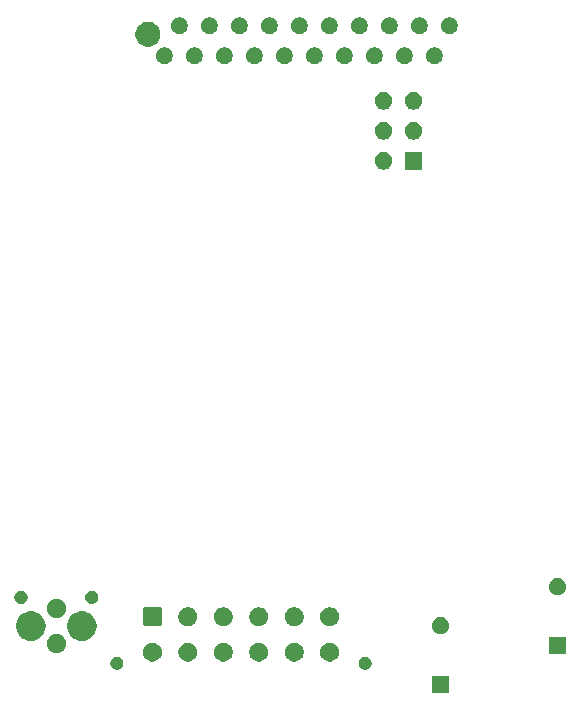
<source format=gbs>
G04 #@! TF.GenerationSoftware,KiCad,Pcbnew,5.1.4-e60b266~84~ubuntu18.04.1*
G04 #@! TF.CreationDate,2019-12-02T22:04:49-05:00*
G04 #@! TF.ProjectId,AIR_control,4149525f-636f-46e7-9472-6f6c2e6b6963,rev?*
G04 #@! TF.SameCoordinates,Original*
G04 #@! TF.FileFunction,Soldermask,Bot*
G04 #@! TF.FilePolarity,Negative*
%FSLAX46Y46*%
G04 Gerber Fmt 4.6, Leading zero omitted, Abs format (unit mm)*
G04 Created by KiCad (PCBNEW 5.1.4-e60b266~84~ubuntu18.04.1) date 2019-12-02 22:04:49*
%MOMM*%
%LPD*%
G04 APERTURE LIST*
%ADD10C,0.100000*%
G04 APERTURE END LIST*
D10*
G36*
X144500800Y-108610600D02*
G01*
X143027200Y-108610600D01*
X143027200Y-107137000D01*
X144500800Y-107137000D01*
X144500800Y-108610600D01*
X144500800Y-108610600D01*
G37*
G36*
X137540721Y-105518174D02*
G01*
X137640995Y-105559709D01*
X137640996Y-105559710D01*
X137731242Y-105620010D01*
X137807990Y-105696758D01*
X137807991Y-105696760D01*
X137868291Y-105787005D01*
X137909826Y-105887279D01*
X137931000Y-105993730D01*
X137931000Y-106102270D01*
X137909826Y-106208721D01*
X137868291Y-106308995D01*
X137868290Y-106308996D01*
X137807990Y-106399242D01*
X137731242Y-106475990D01*
X137685812Y-106506345D01*
X137640995Y-106536291D01*
X137540721Y-106577826D01*
X137434270Y-106599000D01*
X137325730Y-106599000D01*
X137219279Y-106577826D01*
X137119005Y-106536291D01*
X137074188Y-106506345D01*
X137028758Y-106475990D01*
X136952010Y-106399242D01*
X136891710Y-106308996D01*
X136891709Y-106308995D01*
X136850174Y-106208721D01*
X136829000Y-106102270D01*
X136829000Y-105993730D01*
X136850174Y-105887279D01*
X136891709Y-105787005D01*
X136952009Y-105696760D01*
X136952010Y-105696758D01*
X137028758Y-105620010D01*
X137119004Y-105559710D01*
X137119005Y-105559709D01*
X137219279Y-105518174D01*
X137325730Y-105497000D01*
X137434270Y-105497000D01*
X137540721Y-105518174D01*
X137540721Y-105518174D01*
G37*
G36*
X116540721Y-105518174D02*
G01*
X116640995Y-105559709D01*
X116640996Y-105559710D01*
X116731242Y-105620010D01*
X116807990Y-105696758D01*
X116807991Y-105696760D01*
X116868291Y-105787005D01*
X116909826Y-105887279D01*
X116931000Y-105993730D01*
X116931000Y-106102270D01*
X116909826Y-106208721D01*
X116868291Y-106308995D01*
X116868290Y-106308996D01*
X116807990Y-106399242D01*
X116731242Y-106475990D01*
X116685812Y-106506345D01*
X116640995Y-106536291D01*
X116540721Y-106577826D01*
X116434270Y-106599000D01*
X116325730Y-106599000D01*
X116219279Y-106577826D01*
X116119005Y-106536291D01*
X116074188Y-106506345D01*
X116028758Y-106475990D01*
X115952010Y-106399242D01*
X115891710Y-106308996D01*
X115891709Y-106308995D01*
X115850174Y-106208721D01*
X115829000Y-106102270D01*
X115829000Y-105993730D01*
X115850174Y-105887279D01*
X115891709Y-105787005D01*
X115952009Y-105696760D01*
X115952010Y-105696758D01*
X116028758Y-105620010D01*
X116119004Y-105559710D01*
X116119005Y-105559709D01*
X116219279Y-105518174D01*
X116325730Y-105497000D01*
X116434270Y-105497000D01*
X116540721Y-105518174D01*
X116540721Y-105518174D01*
G37*
G36*
X125613642Y-104337781D02*
G01*
X125759414Y-104398162D01*
X125759416Y-104398163D01*
X125890608Y-104485822D01*
X126002178Y-104597392D01*
X126089837Y-104728584D01*
X126089838Y-104728586D01*
X126150219Y-104874358D01*
X126181000Y-105029107D01*
X126181000Y-105186893D01*
X126150219Y-105341642D01*
X126089838Y-105487414D01*
X126089837Y-105487416D01*
X126002178Y-105618608D01*
X125890608Y-105730178D01*
X125759416Y-105817837D01*
X125759415Y-105817838D01*
X125759414Y-105817838D01*
X125613642Y-105878219D01*
X125458893Y-105909000D01*
X125301107Y-105909000D01*
X125146358Y-105878219D01*
X125000586Y-105817838D01*
X125000585Y-105817838D01*
X125000584Y-105817837D01*
X124869392Y-105730178D01*
X124757822Y-105618608D01*
X124670163Y-105487416D01*
X124670162Y-105487414D01*
X124609781Y-105341642D01*
X124579000Y-105186893D01*
X124579000Y-105029107D01*
X124609781Y-104874358D01*
X124670162Y-104728586D01*
X124670163Y-104728584D01*
X124757822Y-104597392D01*
X124869392Y-104485822D01*
X125000584Y-104398163D01*
X125000586Y-104398162D01*
X125146358Y-104337781D01*
X125301107Y-104307000D01*
X125458893Y-104307000D01*
X125613642Y-104337781D01*
X125613642Y-104337781D01*
G37*
G36*
X128613642Y-104337781D02*
G01*
X128759414Y-104398162D01*
X128759416Y-104398163D01*
X128890608Y-104485822D01*
X129002178Y-104597392D01*
X129089837Y-104728584D01*
X129089838Y-104728586D01*
X129150219Y-104874358D01*
X129181000Y-105029107D01*
X129181000Y-105186893D01*
X129150219Y-105341642D01*
X129089838Y-105487414D01*
X129089837Y-105487416D01*
X129002178Y-105618608D01*
X128890608Y-105730178D01*
X128759416Y-105817837D01*
X128759415Y-105817838D01*
X128759414Y-105817838D01*
X128613642Y-105878219D01*
X128458893Y-105909000D01*
X128301107Y-105909000D01*
X128146358Y-105878219D01*
X128000586Y-105817838D01*
X128000585Y-105817838D01*
X128000584Y-105817837D01*
X127869392Y-105730178D01*
X127757822Y-105618608D01*
X127670163Y-105487416D01*
X127670162Y-105487414D01*
X127609781Y-105341642D01*
X127579000Y-105186893D01*
X127579000Y-105029107D01*
X127609781Y-104874358D01*
X127670162Y-104728586D01*
X127670163Y-104728584D01*
X127757822Y-104597392D01*
X127869392Y-104485822D01*
X128000584Y-104398163D01*
X128000586Y-104398162D01*
X128146358Y-104337781D01*
X128301107Y-104307000D01*
X128458893Y-104307000D01*
X128613642Y-104337781D01*
X128613642Y-104337781D01*
G37*
G36*
X131613642Y-104337781D02*
G01*
X131759414Y-104398162D01*
X131759416Y-104398163D01*
X131890608Y-104485822D01*
X132002178Y-104597392D01*
X132089837Y-104728584D01*
X132089838Y-104728586D01*
X132150219Y-104874358D01*
X132181000Y-105029107D01*
X132181000Y-105186893D01*
X132150219Y-105341642D01*
X132089838Y-105487414D01*
X132089837Y-105487416D01*
X132002178Y-105618608D01*
X131890608Y-105730178D01*
X131759416Y-105817837D01*
X131759415Y-105817838D01*
X131759414Y-105817838D01*
X131613642Y-105878219D01*
X131458893Y-105909000D01*
X131301107Y-105909000D01*
X131146358Y-105878219D01*
X131000586Y-105817838D01*
X131000585Y-105817838D01*
X131000584Y-105817837D01*
X130869392Y-105730178D01*
X130757822Y-105618608D01*
X130670163Y-105487416D01*
X130670162Y-105487414D01*
X130609781Y-105341642D01*
X130579000Y-105186893D01*
X130579000Y-105029107D01*
X130609781Y-104874358D01*
X130670162Y-104728586D01*
X130670163Y-104728584D01*
X130757822Y-104597392D01*
X130869392Y-104485822D01*
X131000584Y-104398163D01*
X131000586Y-104398162D01*
X131146358Y-104337781D01*
X131301107Y-104307000D01*
X131458893Y-104307000D01*
X131613642Y-104337781D01*
X131613642Y-104337781D01*
G37*
G36*
X134613642Y-104337781D02*
G01*
X134759414Y-104398162D01*
X134759416Y-104398163D01*
X134890608Y-104485822D01*
X135002178Y-104597392D01*
X135089837Y-104728584D01*
X135089838Y-104728586D01*
X135150219Y-104874358D01*
X135181000Y-105029107D01*
X135181000Y-105186893D01*
X135150219Y-105341642D01*
X135089838Y-105487414D01*
X135089837Y-105487416D01*
X135002178Y-105618608D01*
X134890608Y-105730178D01*
X134759416Y-105817837D01*
X134759415Y-105817838D01*
X134759414Y-105817838D01*
X134613642Y-105878219D01*
X134458893Y-105909000D01*
X134301107Y-105909000D01*
X134146358Y-105878219D01*
X134000586Y-105817838D01*
X134000585Y-105817838D01*
X134000584Y-105817837D01*
X133869392Y-105730178D01*
X133757822Y-105618608D01*
X133670163Y-105487416D01*
X133670162Y-105487414D01*
X133609781Y-105341642D01*
X133579000Y-105186893D01*
X133579000Y-105029107D01*
X133609781Y-104874358D01*
X133670162Y-104728586D01*
X133670163Y-104728584D01*
X133757822Y-104597392D01*
X133869392Y-104485822D01*
X134000584Y-104398163D01*
X134000586Y-104398162D01*
X134146358Y-104337781D01*
X134301107Y-104307000D01*
X134458893Y-104307000D01*
X134613642Y-104337781D01*
X134613642Y-104337781D01*
G37*
G36*
X122613642Y-104337781D02*
G01*
X122759414Y-104398162D01*
X122759416Y-104398163D01*
X122890608Y-104485822D01*
X123002178Y-104597392D01*
X123089837Y-104728584D01*
X123089838Y-104728586D01*
X123150219Y-104874358D01*
X123181000Y-105029107D01*
X123181000Y-105186893D01*
X123150219Y-105341642D01*
X123089838Y-105487414D01*
X123089837Y-105487416D01*
X123002178Y-105618608D01*
X122890608Y-105730178D01*
X122759416Y-105817837D01*
X122759415Y-105817838D01*
X122759414Y-105817838D01*
X122613642Y-105878219D01*
X122458893Y-105909000D01*
X122301107Y-105909000D01*
X122146358Y-105878219D01*
X122000586Y-105817838D01*
X122000585Y-105817838D01*
X122000584Y-105817837D01*
X121869392Y-105730178D01*
X121757822Y-105618608D01*
X121670163Y-105487416D01*
X121670162Y-105487414D01*
X121609781Y-105341642D01*
X121579000Y-105186893D01*
X121579000Y-105029107D01*
X121609781Y-104874358D01*
X121670162Y-104728586D01*
X121670163Y-104728584D01*
X121757822Y-104597392D01*
X121869392Y-104485822D01*
X122000584Y-104398163D01*
X122000586Y-104398162D01*
X122146358Y-104337781D01*
X122301107Y-104307000D01*
X122458893Y-104307000D01*
X122613642Y-104337781D01*
X122613642Y-104337781D01*
G37*
G36*
X119613642Y-104337781D02*
G01*
X119759414Y-104398162D01*
X119759416Y-104398163D01*
X119890608Y-104485822D01*
X120002178Y-104597392D01*
X120089837Y-104728584D01*
X120089838Y-104728586D01*
X120150219Y-104874358D01*
X120181000Y-105029107D01*
X120181000Y-105186893D01*
X120150219Y-105341642D01*
X120089838Y-105487414D01*
X120089837Y-105487416D01*
X120002178Y-105618608D01*
X119890608Y-105730178D01*
X119759416Y-105817837D01*
X119759415Y-105817838D01*
X119759414Y-105817838D01*
X119613642Y-105878219D01*
X119458893Y-105909000D01*
X119301107Y-105909000D01*
X119146358Y-105878219D01*
X119000586Y-105817838D01*
X119000585Y-105817838D01*
X119000584Y-105817837D01*
X118869392Y-105730178D01*
X118757822Y-105618608D01*
X118670163Y-105487416D01*
X118670162Y-105487414D01*
X118609781Y-105341642D01*
X118579000Y-105186893D01*
X118579000Y-105029107D01*
X118609781Y-104874358D01*
X118670162Y-104728586D01*
X118670163Y-104728584D01*
X118757822Y-104597392D01*
X118869392Y-104485822D01*
X119000584Y-104398163D01*
X119000586Y-104398162D01*
X119146358Y-104337781D01*
X119301107Y-104307000D01*
X119458893Y-104307000D01*
X119613642Y-104337781D01*
X119613642Y-104337781D01*
G37*
G36*
X154406800Y-105308600D02*
G01*
X152933200Y-105308600D01*
X152933200Y-103835000D01*
X154406800Y-103835000D01*
X154406800Y-105308600D01*
X154406800Y-105308600D01*
G37*
G36*
X111489142Y-103612242D02*
G01*
X111637101Y-103673529D01*
X111770255Y-103762499D01*
X111883501Y-103875745D01*
X111972471Y-104008899D01*
X112033758Y-104156858D01*
X112065000Y-104313925D01*
X112065000Y-104474075D01*
X112033758Y-104631142D01*
X111972471Y-104779101D01*
X111883501Y-104912255D01*
X111770255Y-105025501D01*
X111637101Y-105114471D01*
X111489142Y-105175758D01*
X111332075Y-105207000D01*
X111171925Y-105207000D01*
X111014858Y-105175758D01*
X110866899Y-105114471D01*
X110733745Y-105025501D01*
X110620499Y-104912255D01*
X110531529Y-104779101D01*
X110470242Y-104631142D01*
X110439000Y-104474075D01*
X110439000Y-104313925D01*
X110470242Y-104156858D01*
X110531529Y-104008899D01*
X110620499Y-103875745D01*
X110733745Y-103762499D01*
X110866899Y-103673529D01*
X111014858Y-103612242D01*
X111171925Y-103581000D01*
X111332075Y-103581000D01*
X111489142Y-103612242D01*
X111489142Y-103612242D01*
G37*
G36*
X113656326Y-101662062D02*
G01*
X113777799Y-101686225D01*
X114006650Y-101781018D01*
X114212610Y-101918636D01*
X114387764Y-102093790D01*
X114525382Y-102299750D01*
X114620175Y-102528601D01*
X114668500Y-102771547D01*
X114668500Y-103019253D01*
X114620175Y-103262199D01*
X114525382Y-103491050D01*
X114387764Y-103697010D01*
X114212610Y-103872164D01*
X114006650Y-104009782D01*
X113777799Y-104104575D01*
X113656326Y-104128738D01*
X113534854Y-104152900D01*
X113287146Y-104152900D01*
X113165674Y-104128738D01*
X113044201Y-104104575D01*
X112815350Y-104009782D01*
X112609390Y-103872164D01*
X112434236Y-103697010D01*
X112296618Y-103491050D01*
X112201825Y-103262199D01*
X112153500Y-103019253D01*
X112153500Y-102771547D01*
X112201825Y-102528601D01*
X112296618Y-102299750D01*
X112434236Y-102093790D01*
X112609390Y-101918636D01*
X112815350Y-101781018D01*
X113044201Y-101686225D01*
X113165674Y-101662063D01*
X113287146Y-101637900D01*
X113534854Y-101637900D01*
X113656326Y-101662062D01*
X113656326Y-101662062D01*
G37*
G36*
X109338326Y-101662062D02*
G01*
X109459799Y-101686225D01*
X109688650Y-101781018D01*
X109894610Y-101918636D01*
X110069764Y-102093790D01*
X110207382Y-102299750D01*
X110302175Y-102528601D01*
X110350500Y-102771547D01*
X110350500Y-103019253D01*
X110302175Y-103262199D01*
X110207382Y-103491050D01*
X110069764Y-103697010D01*
X109894610Y-103872164D01*
X109688650Y-104009782D01*
X109459799Y-104104575D01*
X109338326Y-104128738D01*
X109216854Y-104152900D01*
X108969146Y-104152900D01*
X108847674Y-104128738D01*
X108726201Y-104104575D01*
X108497350Y-104009782D01*
X108291390Y-103872164D01*
X108116236Y-103697010D01*
X107978618Y-103491050D01*
X107883825Y-103262199D01*
X107835500Y-103019253D01*
X107835500Y-102771547D01*
X107883825Y-102528601D01*
X107978618Y-102299750D01*
X108116236Y-102093790D01*
X108291390Y-101918636D01*
X108497350Y-101781018D01*
X108726201Y-101686225D01*
X108847674Y-101662063D01*
X108969146Y-101637900D01*
X109216854Y-101637900D01*
X109338326Y-101662062D01*
X109338326Y-101662062D01*
G37*
G36*
X143978914Y-102161514D02*
G01*
X143978916Y-102161515D01*
X143978917Y-102161515D01*
X144113006Y-102217056D01*
X144233683Y-102297690D01*
X144336310Y-102400317D01*
X144416944Y-102520994D01*
X144467066Y-102642000D01*
X144472486Y-102655086D01*
X144500800Y-102797430D01*
X144500800Y-102942570D01*
X144485547Y-103019254D01*
X144472485Y-103084917D01*
X144416944Y-103219006D01*
X144336310Y-103339683D01*
X144233683Y-103442310D01*
X144113006Y-103522944D01*
X143978917Y-103578485D01*
X143978916Y-103578485D01*
X143978914Y-103578486D01*
X143836570Y-103606800D01*
X143691430Y-103606800D01*
X143549086Y-103578486D01*
X143549084Y-103578485D01*
X143549083Y-103578485D01*
X143414994Y-103522944D01*
X143294317Y-103442310D01*
X143191690Y-103339683D01*
X143111056Y-103219006D01*
X143055515Y-103084917D01*
X143042454Y-103019254D01*
X143027200Y-102942570D01*
X143027200Y-102797430D01*
X143055514Y-102655086D01*
X143060934Y-102642000D01*
X143111056Y-102520994D01*
X143191690Y-102400317D01*
X143294317Y-102297690D01*
X143414994Y-102217056D01*
X143549083Y-102161515D01*
X143549084Y-102161515D01*
X143549086Y-102161514D01*
X143691430Y-102133200D01*
X143836570Y-102133200D01*
X143978914Y-102161514D01*
X143978914Y-102161514D01*
G37*
G36*
X120033048Y-101311122D02*
G01*
X120067387Y-101321539D01*
X120099036Y-101338456D01*
X120126778Y-101361222D01*
X120149544Y-101388964D01*
X120166461Y-101420613D01*
X120176878Y-101454952D01*
X120181000Y-101496807D01*
X120181000Y-102719193D01*
X120176878Y-102761048D01*
X120166461Y-102795387D01*
X120149544Y-102827036D01*
X120126778Y-102854778D01*
X120099036Y-102877544D01*
X120067387Y-102894461D01*
X120033048Y-102904878D01*
X119991193Y-102909000D01*
X118768807Y-102909000D01*
X118726952Y-102904878D01*
X118692613Y-102894461D01*
X118660964Y-102877544D01*
X118633222Y-102854778D01*
X118610456Y-102827036D01*
X118593539Y-102795387D01*
X118583122Y-102761048D01*
X118579000Y-102719193D01*
X118579000Y-101496807D01*
X118583122Y-101454952D01*
X118593539Y-101420613D01*
X118610456Y-101388964D01*
X118633222Y-101361222D01*
X118660964Y-101338456D01*
X118692613Y-101321539D01*
X118726952Y-101311122D01*
X118768807Y-101307000D01*
X119991193Y-101307000D01*
X120033048Y-101311122D01*
X120033048Y-101311122D01*
G37*
G36*
X122613642Y-101337781D02*
G01*
X122737208Y-101388964D01*
X122759416Y-101398163D01*
X122890608Y-101485822D01*
X123002178Y-101597392D01*
X123089837Y-101728584D01*
X123089838Y-101728586D01*
X123150219Y-101874358D01*
X123181000Y-102029107D01*
X123181000Y-102186893D01*
X123150219Y-102341642D01*
X123089838Y-102487414D01*
X123089837Y-102487416D01*
X123002178Y-102618608D01*
X122890608Y-102730178D01*
X122759416Y-102817837D01*
X122759415Y-102817838D01*
X122759414Y-102817838D01*
X122613642Y-102878219D01*
X122458893Y-102909000D01*
X122301107Y-102909000D01*
X122146358Y-102878219D01*
X122000586Y-102817838D01*
X122000585Y-102817838D01*
X122000584Y-102817837D01*
X121869392Y-102730178D01*
X121757822Y-102618608D01*
X121670163Y-102487416D01*
X121670162Y-102487414D01*
X121609781Y-102341642D01*
X121579000Y-102186893D01*
X121579000Y-102029107D01*
X121609781Y-101874358D01*
X121670162Y-101728586D01*
X121670163Y-101728584D01*
X121757822Y-101597392D01*
X121869392Y-101485822D01*
X122000584Y-101398163D01*
X122022792Y-101388964D01*
X122146358Y-101337781D01*
X122301107Y-101307000D01*
X122458893Y-101307000D01*
X122613642Y-101337781D01*
X122613642Y-101337781D01*
G37*
G36*
X125613642Y-101337781D02*
G01*
X125737208Y-101388964D01*
X125759416Y-101398163D01*
X125890608Y-101485822D01*
X126002178Y-101597392D01*
X126089837Y-101728584D01*
X126089838Y-101728586D01*
X126150219Y-101874358D01*
X126181000Y-102029107D01*
X126181000Y-102186893D01*
X126150219Y-102341642D01*
X126089838Y-102487414D01*
X126089837Y-102487416D01*
X126002178Y-102618608D01*
X125890608Y-102730178D01*
X125759416Y-102817837D01*
X125759415Y-102817838D01*
X125759414Y-102817838D01*
X125613642Y-102878219D01*
X125458893Y-102909000D01*
X125301107Y-102909000D01*
X125146358Y-102878219D01*
X125000586Y-102817838D01*
X125000585Y-102817838D01*
X125000584Y-102817837D01*
X124869392Y-102730178D01*
X124757822Y-102618608D01*
X124670163Y-102487416D01*
X124670162Y-102487414D01*
X124609781Y-102341642D01*
X124579000Y-102186893D01*
X124579000Y-102029107D01*
X124609781Y-101874358D01*
X124670162Y-101728586D01*
X124670163Y-101728584D01*
X124757822Y-101597392D01*
X124869392Y-101485822D01*
X125000584Y-101398163D01*
X125022792Y-101388964D01*
X125146358Y-101337781D01*
X125301107Y-101307000D01*
X125458893Y-101307000D01*
X125613642Y-101337781D01*
X125613642Y-101337781D01*
G37*
G36*
X128613642Y-101337781D02*
G01*
X128737208Y-101388964D01*
X128759416Y-101398163D01*
X128890608Y-101485822D01*
X129002178Y-101597392D01*
X129089837Y-101728584D01*
X129089838Y-101728586D01*
X129150219Y-101874358D01*
X129181000Y-102029107D01*
X129181000Y-102186893D01*
X129150219Y-102341642D01*
X129089838Y-102487414D01*
X129089837Y-102487416D01*
X129002178Y-102618608D01*
X128890608Y-102730178D01*
X128759416Y-102817837D01*
X128759415Y-102817838D01*
X128759414Y-102817838D01*
X128613642Y-102878219D01*
X128458893Y-102909000D01*
X128301107Y-102909000D01*
X128146358Y-102878219D01*
X128000586Y-102817838D01*
X128000585Y-102817838D01*
X128000584Y-102817837D01*
X127869392Y-102730178D01*
X127757822Y-102618608D01*
X127670163Y-102487416D01*
X127670162Y-102487414D01*
X127609781Y-102341642D01*
X127579000Y-102186893D01*
X127579000Y-102029107D01*
X127609781Y-101874358D01*
X127670162Y-101728586D01*
X127670163Y-101728584D01*
X127757822Y-101597392D01*
X127869392Y-101485822D01*
X128000584Y-101398163D01*
X128022792Y-101388964D01*
X128146358Y-101337781D01*
X128301107Y-101307000D01*
X128458893Y-101307000D01*
X128613642Y-101337781D01*
X128613642Y-101337781D01*
G37*
G36*
X131613642Y-101337781D02*
G01*
X131737208Y-101388964D01*
X131759416Y-101398163D01*
X131890608Y-101485822D01*
X132002178Y-101597392D01*
X132089837Y-101728584D01*
X132089838Y-101728586D01*
X132150219Y-101874358D01*
X132181000Y-102029107D01*
X132181000Y-102186893D01*
X132150219Y-102341642D01*
X132089838Y-102487414D01*
X132089837Y-102487416D01*
X132002178Y-102618608D01*
X131890608Y-102730178D01*
X131759416Y-102817837D01*
X131759415Y-102817838D01*
X131759414Y-102817838D01*
X131613642Y-102878219D01*
X131458893Y-102909000D01*
X131301107Y-102909000D01*
X131146358Y-102878219D01*
X131000586Y-102817838D01*
X131000585Y-102817838D01*
X131000584Y-102817837D01*
X130869392Y-102730178D01*
X130757822Y-102618608D01*
X130670163Y-102487416D01*
X130670162Y-102487414D01*
X130609781Y-102341642D01*
X130579000Y-102186893D01*
X130579000Y-102029107D01*
X130609781Y-101874358D01*
X130670162Y-101728586D01*
X130670163Y-101728584D01*
X130757822Y-101597392D01*
X130869392Y-101485822D01*
X131000584Y-101398163D01*
X131022792Y-101388964D01*
X131146358Y-101337781D01*
X131301107Y-101307000D01*
X131458893Y-101307000D01*
X131613642Y-101337781D01*
X131613642Y-101337781D01*
G37*
G36*
X134613642Y-101337781D02*
G01*
X134737208Y-101388964D01*
X134759416Y-101398163D01*
X134890608Y-101485822D01*
X135002178Y-101597392D01*
X135089837Y-101728584D01*
X135089838Y-101728586D01*
X135150219Y-101874358D01*
X135181000Y-102029107D01*
X135181000Y-102186893D01*
X135150219Y-102341642D01*
X135089838Y-102487414D01*
X135089837Y-102487416D01*
X135002178Y-102618608D01*
X134890608Y-102730178D01*
X134759416Y-102817837D01*
X134759415Y-102817838D01*
X134759414Y-102817838D01*
X134613642Y-102878219D01*
X134458893Y-102909000D01*
X134301107Y-102909000D01*
X134146358Y-102878219D01*
X134000586Y-102817838D01*
X134000585Y-102817838D01*
X134000584Y-102817837D01*
X133869392Y-102730178D01*
X133757822Y-102618608D01*
X133670163Y-102487416D01*
X133670162Y-102487414D01*
X133609781Y-102341642D01*
X133579000Y-102186893D01*
X133579000Y-102029107D01*
X133609781Y-101874358D01*
X133670162Y-101728586D01*
X133670163Y-101728584D01*
X133757822Y-101597392D01*
X133869392Y-101485822D01*
X134000584Y-101398163D01*
X134022792Y-101388964D01*
X134146358Y-101337781D01*
X134301107Y-101307000D01*
X134458893Y-101307000D01*
X134613642Y-101337781D01*
X134613642Y-101337781D01*
G37*
G36*
X111489142Y-100615042D02*
G01*
X111637101Y-100676329D01*
X111770255Y-100765299D01*
X111883501Y-100878545D01*
X111972471Y-101011699D01*
X112033758Y-101159658D01*
X112065000Y-101316725D01*
X112065000Y-101476875D01*
X112033758Y-101633942D01*
X111972471Y-101781901D01*
X111883501Y-101915055D01*
X111770255Y-102028301D01*
X111637101Y-102117271D01*
X111489142Y-102178558D01*
X111332075Y-102209800D01*
X111171925Y-102209800D01*
X111014858Y-102178558D01*
X110866899Y-102117271D01*
X110733745Y-102028301D01*
X110620499Y-101915055D01*
X110531529Y-101781901D01*
X110470242Y-101633942D01*
X110439000Y-101476875D01*
X110439000Y-101316725D01*
X110470242Y-101159658D01*
X110531529Y-101011699D01*
X110620499Y-100878545D01*
X110733745Y-100765299D01*
X110866899Y-100676329D01*
X111014858Y-100615042D01*
X111171925Y-100583800D01*
X111332075Y-100583800D01*
X111489142Y-100615042D01*
X111489142Y-100615042D01*
G37*
G36*
X114412251Y-99919480D02*
G01*
X114463120Y-99940551D01*
X114513986Y-99961620D01*
X114605542Y-100022796D01*
X114683404Y-100100658D01*
X114744580Y-100192214D01*
X114756480Y-100220944D01*
X114786720Y-100293949D01*
X114808200Y-100401941D01*
X114808200Y-100512059D01*
X114786720Y-100620051D01*
X114765649Y-100670920D01*
X114744580Y-100721786D01*
X114683404Y-100813342D01*
X114605542Y-100891204D01*
X114513986Y-100952380D01*
X114463120Y-100973449D01*
X114412251Y-100994520D01*
X114304259Y-101016000D01*
X114194141Y-101016000D01*
X114086149Y-100994520D01*
X114035280Y-100973449D01*
X113984414Y-100952380D01*
X113892858Y-100891204D01*
X113814996Y-100813342D01*
X113753820Y-100721786D01*
X113732751Y-100670920D01*
X113711680Y-100620051D01*
X113690200Y-100512059D01*
X113690200Y-100401941D01*
X113711680Y-100293949D01*
X113741920Y-100220944D01*
X113753820Y-100192214D01*
X113814996Y-100100658D01*
X113892858Y-100022796D01*
X113984414Y-99961620D01*
X114035280Y-99940551D01*
X114086149Y-99919480D01*
X114194141Y-99898000D01*
X114304259Y-99898000D01*
X114412251Y-99919480D01*
X114412251Y-99919480D01*
G37*
G36*
X108417851Y-99919480D02*
G01*
X108468720Y-99940551D01*
X108519586Y-99961620D01*
X108611142Y-100022796D01*
X108689004Y-100100658D01*
X108750180Y-100192214D01*
X108762080Y-100220944D01*
X108792320Y-100293949D01*
X108813800Y-100401941D01*
X108813800Y-100512059D01*
X108792320Y-100620051D01*
X108771249Y-100670920D01*
X108750180Y-100721786D01*
X108689004Y-100813342D01*
X108611142Y-100891204D01*
X108519586Y-100952380D01*
X108468720Y-100973449D01*
X108417851Y-100994520D01*
X108309859Y-101016000D01*
X108199741Y-101016000D01*
X108091749Y-100994520D01*
X108040880Y-100973449D01*
X107990014Y-100952380D01*
X107898458Y-100891204D01*
X107820596Y-100813342D01*
X107759420Y-100721786D01*
X107738351Y-100670920D01*
X107717280Y-100620051D01*
X107695800Y-100512059D01*
X107695800Y-100401941D01*
X107717280Y-100293949D01*
X107747520Y-100220944D01*
X107759420Y-100192214D01*
X107820596Y-100100658D01*
X107898458Y-100022796D01*
X107990014Y-99961620D01*
X108040880Y-99940551D01*
X108091749Y-99919480D01*
X108199741Y-99898000D01*
X108309859Y-99898000D01*
X108417851Y-99919480D01*
X108417851Y-99919480D01*
G37*
G36*
X153884914Y-98859514D02*
G01*
X153884916Y-98859515D01*
X153884917Y-98859515D01*
X154019006Y-98915056D01*
X154139683Y-98995690D01*
X154242310Y-99098317D01*
X154322944Y-99218994D01*
X154378485Y-99353083D01*
X154406800Y-99495432D01*
X154406800Y-99640568D01*
X154378485Y-99782917D01*
X154322944Y-99917006D01*
X154242310Y-100037683D01*
X154139683Y-100140310D01*
X154019006Y-100220944D01*
X153884917Y-100276485D01*
X153884916Y-100276485D01*
X153884914Y-100276486D01*
X153742570Y-100304800D01*
X153597430Y-100304800D01*
X153455086Y-100276486D01*
X153455084Y-100276485D01*
X153455083Y-100276485D01*
X153320994Y-100220944D01*
X153200317Y-100140310D01*
X153097690Y-100037683D01*
X153017056Y-99917006D01*
X152961515Y-99782917D01*
X152933200Y-99640568D01*
X152933200Y-99495432D01*
X152961515Y-99353083D01*
X153017056Y-99218994D01*
X153097690Y-99098317D01*
X153200317Y-98995690D01*
X153320994Y-98915056D01*
X153455083Y-98859515D01*
X153455084Y-98859515D01*
X153455086Y-98859514D01*
X153597430Y-98831200D01*
X153742570Y-98831200D01*
X153884914Y-98859514D01*
X153884914Y-98859514D01*
G37*
G36*
X139157059Y-62777860D02*
G01*
X139293732Y-62834472D01*
X139416735Y-62916660D01*
X139521340Y-63021265D01*
X139603528Y-63144268D01*
X139660140Y-63280941D01*
X139689000Y-63426033D01*
X139689000Y-63573967D01*
X139660140Y-63719059D01*
X139603528Y-63855732D01*
X139521340Y-63978735D01*
X139416735Y-64083340D01*
X139293732Y-64165528D01*
X139293731Y-64165529D01*
X139293730Y-64165529D01*
X139157059Y-64222140D01*
X139011968Y-64251000D01*
X138864032Y-64251000D01*
X138718941Y-64222140D01*
X138582270Y-64165529D01*
X138582269Y-64165529D01*
X138582268Y-64165528D01*
X138459265Y-64083340D01*
X138354660Y-63978735D01*
X138272472Y-63855732D01*
X138215860Y-63719059D01*
X138187000Y-63573967D01*
X138187000Y-63426033D01*
X138215860Y-63280941D01*
X138272472Y-63144268D01*
X138354660Y-63021265D01*
X138459265Y-62916660D01*
X138582268Y-62834472D01*
X138718941Y-62777860D01*
X138864032Y-62749000D01*
X139011968Y-62749000D01*
X139157059Y-62777860D01*
X139157059Y-62777860D01*
G37*
G36*
X142229000Y-64251000D02*
G01*
X140727000Y-64251000D01*
X140727000Y-62749000D01*
X142229000Y-62749000D01*
X142229000Y-64251000D01*
X142229000Y-64251000D01*
G37*
G36*
X141697059Y-60237860D02*
G01*
X141833732Y-60294472D01*
X141956735Y-60376660D01*
X142061340Y-60481265D01*
X142143528Y-60604268D01*
X142200140Y-60740941D01*
X142229000Y-60886033D01*
X142229000Y-61033967D01*
X142200140Y-61179059D01*
X142143528Y-61315732D01*
X142061340Y-61438735D01*
X141956735Y-61543340D01*
X141833732Y-61625528D01*
X141833731Y-61625529D01*
X141833730Y-61625529D01*
X141697059Y-61682140D01*
X141551968Y-61711000D01*
X141404032Y-61711000D01*
X141258941Y-61682140D01*
X141122270Y-61625529D01*
X141122269Y-61625529D01*
X141122268Y-61625528D01*
X140999265Y-61543340D01*
X140894660Y-61438735D01*
X140812472Y-61315732D01*
X140755860Y-61179059D01*
X140727000Y-61033967D01*
X140727000Y-60886033D01*
X140755860Y-60740941D01*
X140812472Y-60604268D01*
X140894660Y-60481265D01*
X140999265Y-60376660D01*
X141122268Y-60294472D01*
X141258941Y-60237860D01*
X141404032Y-60209000D01*
X141551968Y-60209000D01*
X141697059Y-60237860D01*
X141697059Y-60237860D01*
G37*
G36*
X139157059Y-60237860D02*
G01*
X139293732Y-60294472D01*
X139416735Y-60376660D01*
X139521340Y-60481265D01*
X139603528Y-60604268D01*
X139660140Y-60740941D01*
X139689000Y-60886033D01*
X139689000Y-61033967D01*
X139660140Y-61179059D01*
X139603528Y-61315732D01*
X139521340Y-61438735D01*
X139416735Y-61543340D01*
X139293732Y-61625528D01*
X139293731Y-61625529D01*
X139293730Y-61625529D01*
X139157059Y-61682140D01*
X139011968Y-61711000D01*
X138864032Y-61711000D01*
X138718941Y-61682140D01*
X138582270Y-61625529D01*
X138582269Y-61625529D01*
X138582268Y-61625528D01*
X138459265Y-61543340D01*
X138354660Y-61438735D01*
X138272472Y-61315732D01*
X138215860Y-61179059D01*
X138187000Y-61033967D01*
X138187000Y-60886033D01*
X138215860Y-60740941D01*
X138272472Y-60604268D01*
X138354660Y-60481265D01*
X138459265Y-60376660D01*
X138582268Y-60294472D01*
X138718941Y-60237860D01*
X138864032Y-60209000D01*
X139011968Y-60209000D01*
X139157059Y-60237860D01*
X139157059Y-60237860D01*
G37*
G36*
X141697059Y-57697860D02*
G01*
X141833732Y-57754472D01*
X141956735Y-57836660D01*
X142061340Y-57941265D01*
X142143528Y-58064268D01*
X142200140Y-58200941D01*
X142229000Y-58346033D01*
X142229000Y-58493967D01*
X142200140Y-58639059D01*
X142143528Y-58775732D01*
X142061340Y-58898735D01*
X141956735Y-59003340D01*
X141833732Y-59085528D01*
X141833731Y-59085529D01*
X141833730Y-59085529D01*
X141697059Y-59142140D01*
X141551968Y-59171000D01*
X141404032Y-59171000D01*
X141258941Y-59142140D01*
X141122270Y-59085529D01*
X141122269Y-59085529D01*
X141122268Y-59085528D01*
X140999265Y-59003340D01*
X140894660Y-58898735D01*
X140812472Y-58775732D01*
X140755860Y-58639059D01*
X140727000Y-58493967D01*
X140727000Y-58346033D01*
X140755860Y-58200941D01*
X140812472Y-58064268D01*
X140894660Y-57941265D01*
X140999265Y-57836660D01*
X141122268Y-57754472D01*
X141258941Y-57697860D01*
X141404032Y-57669000D01*
X141551968Y-57669000D01*
X141697059Y-57697860D01*
X141697059Y-57697860D01*
G37*
G36*
X139157059Y-57697860D02*
G01*
X139293732Y-57754472D01*
X139416735Y-57836660D01*
X139521340Y-57941265D01*
X139603528Y-58064268D01*
X139660140Y-58200941D01*
X139689000Y-58346033D01*
X139689000Y-58493967D01*
X139660140Y-58639059D01*
X139603528Y-58775732D01*
X139521340Y-58898735D01*
X139416735Y-59003340D01*
X139293732Y-59085528D01*
X139293731Y-59085529D01*
X139293730Y-59085529D01*
X139157059Y-59142140D01*
X139011968Y-59171000D01*
X138864032Y-59171000D01*
X138718941Y-59142140D01*
X138582270Y-59085529D01*
X138582269Y-59085529D01*
X138582268Y-59085528D01*
X138459265Y-59003340D01*
X138354660Y-58898735D01*
X138272472Y-58775732D01*
X138215860Y-58639059D01*
X138187000Y-58493967D01*
X138187000Y-58346033D01*
X138215860Y-58200941D01*
X138272472Y-58064268D01*
X138354660Y-57941265D01*
X138459265Y-57836660D01*
X138582268Y-57754472D01*
X138718941Y-57697860D01*
X138864032Y-57669000D01*
X139011968Y-57669000D01*
X139157059Y-57697860D01*
X139157059Y-57697860D01*
G37*
G36*
X130760473Y-53935938D02*
G01*
X130888049Y-53988782D01*
X131002859Y-54065495D01*
X131100505Y-54163141D01*
X131177218Y-54277951D01*
X131230062Y-54405527D01*
X131257000Y-54540956D01*
X131257000Y-54679044D01*
X131230062Y-54814473D01*
X131177218Y-54942049D01*
X131100505Y-55056859D01*
X131002859Y-55154505D01*
X130888049Y-55231218D01*
X130760473Y-55284062D01*
X130625044Y-55311000D01*
X130486956Y-55311000D01*
X130351527Y-55284062D01*
X130223951Y-55231218D01*
X130109141Y-55154505D01*
X130011495Y-55056859D01*
X129934782Y-54942049D01*
X129881938Y-54814473D01*
X129855000Y-54679044D01*
X129855000Y-54540956D01*
X129881938Y-54405527D01*
X129934782Y-54277951D01*
X130011495Y-54163141D01*
X130109141Y-54065495D01*
X130223951Y-53988782D01*
X130351527Y-53935938D01*
X130486956Y-53909000D01*
X130625044Y-53909000D01*
X130760473Y-53935938D01*
X130760473Y-53935938D01*
G37*
G36*
X133300473Y-53935938D02*
G01*
X133428049Y-53988782D01*
X133542859Y-54065495D01*
X133640505Y-54163141D01*
X133717218Y-54277951D01*
X133770062Y-54405527D01*
X133797000Y-54540956D01*
X133797000Y-54679044D01*
X133770062Y-54814473D01*
X133717218Y-54942049D01*
X133640505Y-55056859D01*
X133542859Y-55154505D01*
X133428049Y-55231218D01*
X133300473Y-55284062D01*
X133165044Y-55311000D01*
X133026956Y-55311000D01*
X132891527Y-55284062D01*
X132763951Y-55231218D01*
X132649141Y-55154505D01*
X132551495Y-55056859D01*
X132474782Y-54942049D01*
X132421938Y-54814473D01*
X132395000Y-54679044D01*
X132395000Y-54540956D01*
X132421938Y-54405527D01*
X132474782Y-54277951D01*
X132551495Y-54163141D01*
X132649141Y-54065495D01*
X132763951Y-53988782D01*
X132891527Y-53935938D01*
X133026956Y-53909000D01*
X133165044Y-53909000D01*
X133300473Y-53935938D01*
X133300473Y-53935938D01*
G37*
G36*
X128220473Y-53935938D02*
G01*
X128348049Y-53988782D01*
X128462859Y-54065495D01*
X128560505Y-54163141D01*
X128637218Y-54277951D01*
X128690062Y-54405527D01*
X128717000Y-54540956D01*
X128717000Y-54679044D01*
X128690062Y-54814473D01*
X128637218Y-54942049D01*
X128560505Y-55056859D01*
X128462859Y-55154505D01*
X128348049Y-55231218D01*
X128220473Y-55284062D01*
X128085044Y-55311000D01*
X127946956Y-55311000D01*
X127811527Y-55284062D01*
X127683951Y-55231218D01*
X127569141Y-55154505D01*
X127471495Y-55056859D01*
X127394782Y-54942049D01*
X127341938Y-54814473D01*
X127315000Y-54679044D01*
X127315000Y-54540956D01*
X127341938Y-54405527D01*
X127394782Y-54277951D01*
X127471495Y-54163141D01*
X127569141Y-54065495D01*
X127683951Y-53988782D01*
X127811527Y-53935938D01*
X127946956Y-53909000D01*
X128085044Y-53909000D01*
X128220473Y-53935938D01*
X128220473Y-53935938D01*
G37*
G36*
X123140473Y-53935938D02*
G01*
X123268049Y-53988782D01*
X123382859Y-54065495D01*
X123480505Y-54163141D01*
X123557218Y-54277951D01*
X123610062Y-54405527D01*
X123637000Y-54540956D01*
X123637000Y-54679044D01*
X123610062Y-54814473D01*
X123557218Y-54942049D01*
X123480505Y-55056859D01*
X123382859Y-55154505D01*
X123268049Y-55231218D01*
X123140473Y-55284062D01*
X123005044Y-55311000D01*
X122866956Y-55311000D01*
X122731527Y-55284062D01*
X122603951Y-55231218D01*
X122489141Y-55154505D01*
X122391495Y-55056859D01*
X122314782Y-54942049D01*
X122261938Y-54814473D01*
X122235000Y-54679044D01*
X122235000Y-54540956D01*
X122261938Y-54405527D01*
X122314782Y-54277951D01*
X122391495Y-54163141D01*
X122489141Y-54065495D01*
X122603951Y-53988782D01*
X122731527Y-53935938D01*
X122866956Y-53909000D01*
X123005044Y-53909000D01*
X123140473Y-53935938D01*
X123140473Y-53935938D01*
G37*
G36*
X120600473Y-53935938D02*
G01*
X120728049Y-53988782D01*
X120842859Y-54065495D01*
X120940505Y-54163141D01*
X121017218Y-54277951D01*
X121070062Y-54405527D01*
X121097000Y-54540956D01*
X121097000Y-54679044D01*
X121070062Y-54814473D01*
X121017218Y-54942049D01*
X120940505Y-55056859D01*
X120842859Y-55154505D01*
X120728049Y-55231218D01*
X120600473Y-55284062D01*
X120465044Y-55311000D01*
X120326956Y-55311000D01*
X120191527Y-55284062D01*
X120063951Y-55231218D01*
X119949141Y-55154505D01*
X119851495Y-55056859D01*
X119774782Y-54942049D01*
X119721938Y-54814473D01*
X119695000Y-54679044D01*
X119695000Y-54540956D01*
X119721938Y-54405527D01*
X119774782Y-54277951D01*
X119851495Y-54163141D01*
X119949141Y-54065495D01*
X120063951Y-53988782D01*
X120191527Y-53935938D01*
X120326956Y-53909000D01*
X120465044Y-53909000D01*
X120600473Y-53935938D01*
X120600473Y-53935938D01*
G37*
G36*
X138380473Y-53935938D02*
G01*
X138508049Y-53988782D01*
X138622859Y-54065495D01*
X138720505Y-54163141D01*
X138797218Y-54277951D01*
X138850062Y-54405527D01*
X138877000Y-54540956D01*
X138877000Y-54679044D01*
X138850062Y-54814473D01*
X138797218Y-54942049D01*
X138720505Y-55056859D01*
X138622859Y-55154505D01*
X138508049Y-55231218D01*
X138380473Y-55284062D01*
X138245044Y-55311000D01*
X138106956Y-55311000D01*
X137971527Y-55284062D01*
X137843951Y-55231218D01*
X137729141Y-55154505D01*
X137631495Y-55056859D01*
X137554782Y-54942049D01*
X137501938Y-54814473D01*
X137475000Y-54679044D01*
X137475000Y-54540956D01*
X137501938Y-54405527D01*
X137554782Y-54277951D01*
X137631495Y-54163141D01*
X137729141Y-54065495D01*
X137843951Y-53988782D01*
X137971527Y-53935938D01*
X138106956Y-53909000D01*
X138245044Y-53909000D01*
X138380473Y-53935938D01*
X138380473Y-53935938D01*
G37*
G36*
X125680473Y-53935938D02*
G01*
X125808049Y-53988782D01*
X125922859Y-54065495D01*
X126020505Y-54163141D01*
X126097218Y-54277951D01*
X126150062Y-54405527D01*
X126177000Y-54540956D01*
X126177000Y-54679044D01*
X126150062Y-54814473D01*
X126097218Y-54942049D01*
X126020505Y-55056859D01*
X125922859Y-55154505D01*
X125808049Y-55231218D01*
X125680473Y-55284062D01*
X125545044Y-55311000D01*
X125406956Y-55311000D01*
X125271527Y-55284062D01*
X125143951Y-55231218D01*
X125029141Y-55154505D01*
X124931495Y-55056859D01*
X124854782Y-54942049D01*
X124801938Y-54814473D01*
X124775000Y-54679044D01*
X124775000Y-54540956D01*
X124801938Y-54405527D01*
X124854782Y-54277951D01*
X124931495Y-54163141D01*
X125029141Y-54065495D01*
X125143951Y-53988782D01*
X125271527Y-53935938D01*
X125406956Y-53909000D01*
X125545044Y-53909000D01*
X125680473Y-53935938D01*
X125680473Y-53935938D01*
G37*
G36*
X135840473Y-53935938D02*
G01*
X135968049Y-53988782D01*
X136082859Y-54065495D01*
X136180505Y-54163141D01*
X136257218Y-54277951D01*
X136310062Y-54405527D01*
X136337000Y-54540956D01*
X136337000Y-54679044D01*
X136310062Y-54814473D01*
X136257218Y-54942049D01*
X136180505Y-55056859D01*
X136082859Y-55154505D01*
X135968049Y-55231218D01*
X135840473Y-55284062D01*
X135705044Y-55311000D01*
X135566956Y-55311000D01*
X135431527Y-55284062D01*
X135303951Y-55231218D01*
X135189141Y-55154505D01*
X135091495Y-55056859D01*
X135014782Y-54942049D01*
X134961938Y-54814473D01*
X134935000Y-54679044D01*
X134935000Y-54540956D01*
X134961938Y-54405527D01*
X135014782Y-54277951D01*
X135091495Y-54163141D01*
X135189141Y-54065495D01*
X135303951Y-53988782D01*
X135431527Y-53935938D01*
X135566956Y-53909000D01*
X135705044Y-53909000D01*
X135840473Y-53935938D01*
X135840473Y-53935938D01*
G37*
G36*
X143460473Y-53935938D02*
G01*
X143588049Y-53988782D01*
X143702859Y-54065495D01*
X143800505Y-54163141D01*
X143877218Y-54277951D01*
X143930062Y-54405527D01*
X143957000Y-54540956D01*
X143957000Y-54679044D01*
X143930062Y-54814473D01*
X143877218Y-54942049D01*
X143800505Y-55056859D01*
X143702859Y-55154505D01*
X143588049Y-55231218D01*
X143460473Y-55284062D01*
X143325044Y-55311000D01*
X143186956Y-55311000D01*
X143051527Y-55284062D01*
X142923951Y-55231218D01*
X142809141Y-55154505D01*
X142711495Y-55056859D01*
X142634782Y-54942049D01*
X142581938Y-54814473D01*
X142555000Y-54679044D01*
X142555000Y-54540956D01*
X142581938Y-54405527D01*
X142634782Y-54277951D01*
X142711495Y-54163141D01*
X142809141Y-54065495D01*
X142923951Y-53988782D01*
X143051527Y-53935938D01*
X143186956Y-53909000D01*
X143325044Y-53909000D01*
X143460473Y-53935938D01*
X143460473Y-53935938D01*
G37*
G36*
X140920473Y-53935938D02*
G01*
X141048049Y-53988782D01*
X141162859Y-54065495D01*
X141260505Y-54163141D01*
X141337218Y-54277951D01*
X141390062Y-54405527D01*
X141417000Y-54540956D01*
X141417000Y-54679044D01*
X141390062Y-54814473D01*
X141337218Y-54942049D01*
X141260505Y-55056859D01*
X141162859Y-55154505D01*
X141048049Y-55231218D01*
X140920473Y-55284062D01*
X140785044Y-55311000D01*
X140646956Y-55311000D01*
X140511527Y-55284062D01*
X140383951Y-55231218D01*
X140269141Y-55154505D01*
X140171495Y-55056859D01*
X140094782Y-54942049D01*
X140041938Y-54814473D01*
X140015000Y-54679044D01*
X140015000Y-54540956D01*
X140041938Y-54405527D01*
X140094782Y-54277951D01*
X140171495Y-54163141D01*
X140269141Y-54065495D01*
X140383951Y-53988782D01*
X140511527Y-53935938D01*
X140646956Y-53909000D01*
X140785044Y-53909000D01*
X140920473Y-53935938D01*
X140920473Y-53935938D01*
G37*
G36*
X119302564Y-51799389D02*
G01*
X119493833Y-51878615D01*
X119493835Y-51878616D01*
X119665973Y-51993635D01*
X119812365Y-52140027D01*
X119902200Y-52274474D01*
X119927385Y-52312167D01*
X120006611Y-52503436D01*
X120047000Y-52706484D01*
X120047000Y-52913516D01*
X120006611Y-53116564D01*
X119927385Y-53307833D01*
X119927384Y-53307835D01*
X119812365Y-53479973D01*
X119665973Y-53626365D01*
X119493835Y-53741384D01*
X119493834Y-53741385D01*
X119493833Y-53741385D01*
X119302564Y-53820611D01*
X119099516Y-53861000D01*
X118892484Y-53861000D01*
X118689436Y-53820611D01*
X118498167Y-53741385D01*
X118498166Y-53741385D01*
X118498165Y-53741384D01*
X118326027Y-53626365D01*
X118179635Y-53479973D01*
X118064616Y-53307835D01*
X118064615Y-53307833D01*
X117985389Y-53116564D01*
X117945000Y-52913516D01*
X117945000Y-52706484D01*
X117985389Y-52503436D01*
X118064615Y-52312167D01*
X118089801Y-52274474D01*
X118179635Y-52140027D01*
X118326027Y-51993635D01*
X118498165Y-51878616D01*
X118498167Y-51878615D01*
X118689436Y-51799389D01*
X118892484Y-51759000D01*
X119099516Y-51759000D01*
X119302564Y-51799389D01*
X119302564Y-51799389D01*
G37*
G36*
X142190473Y-51395938D02*
G01*
X142318049Y-51448782D01*
X142432859Y-51525495D01*
X142530505Y-51623141D01*
X142607218Y-51737951D01*
X142660062Y-51865527D01*
X142687000Y-52000956D01*
X142687000Y-52139044D01*
X142660062Y-52274473D01*
X142607218Y-52402049D01*
X142530505Y-52516859D01*
X142432859Y-52614505D01*
X142318049Y-52691218D01*
X142190473Y-52744062D01*
X142055044Y-52771000D01*
X141916956Y-52771000D01*
X141781527Y-52744062D01*
X141653951Y-52691218D01*
X141539141Y-52614505D01*
X141441495Y-52516859D01*
X141364782Y-52402049D01*
X141311938Y-52274473D01*
X141285000Y-52139044D01*
X141285000Y-52000956D01*
X141311938Y-51865527D01*
X141364782Y-51737951D01*
X141441495Y-51623141D01*
X141539141Y-51525495D01*
X141653951Y-51448782D01*
X141781527Y-51395938D01*
X141916956Y-51369000D01*
X142055044Y-51369000D01*
X142190473Y-51395938D01*
X142190473Y-51395938D01*
G37*
G36*
X137110473Y-51395938D02*
G01*
X137238049Y-51448782D01*
X137352859Y-51525495D01*
X137450505Y-51623141D01*
X137527218Y-51737951D01*
X137580062Y-51865527D01*
X137607000Y-52000956D01*
X137607000Y-52139044D01*
X137580062Y-52274473D01*
X137527218Y-52402049D01*
X137450505Y-52516859D01*
X137352859Y-52614505D01*
X137238049Y-52691218D01*
X137110473Y-52744062D01*
X136975044Y-52771000D01*
X136836956Y-52771000D01*
X136701527Y-52744062D01*
X136573951Y-52691218D01*
X136459141Y-52614505D01*
X136361495Y-52516859D01*
X136284782Y-52402049D01*
X136231938Y-52274473D01*
X136205000Y-52139044D01*
X136205000Y-52000956D01*
X136231938Y-51865527D01*
X136284782Y-51737951D01*
X136361495Y-51623141D01*
X136459141Y-51525495D01*
X136573951Y-51448782D01*
X136701527Y-51395938D01*
X136836956Y-51369000D01*
X136975044Y-51369000D01*
X137110473Y-51395938D01*
X137110473Y-51395938D01*
G37*
G36*
X134570473Y-51395938D02*
G01*
X134698049Y-51448782D01*
X134812859Y-51525495D01*
X134910505Y-51623141D01*
X134987218Y-51737951D01*
X135040062Y-51865527D01*
X135067000Y-52000956D01*
X135067000Y-52139044D01*
X135040062Y-52274473D01*
X134987218Y-52402049D01*
X134910505Y-52516859D01*
X134812859Y-52614505D01*
X134698049Y-52691218D01*
X134570473Y-52744062D01*
X134435044Y-52771000D01*
X134296956Y-52771000D01*
X134161527Y-52744062D01*
X134033951Y-52691218D01*
X133919141Y-52614505D01*
X133821495Y-52516859D01*
X133744782Y-52402049D01*
X133691938Y-52274473D01*
X133665000Y-52139044D01*
X133665000Y-52000956D01*
X133691938Y-51865527D01*
X133744782Y-51737951D01*
X133821495Y-51623141D01*
X133919141Y-51525495D01*
X134033951Y-51448782D01*
X134161527Y-51395938D01*
X134296956Y-51369000D01*
X134435044Y-51369000D01*
X134570473Y-51395938D01*
X134570473Y-51395938D01*
G37*
G36*
X132030473Y-51395938D02*
G01*
X132158049Y-51448782D01*
X132272859Y-51525495D01*
X132370505Y-51623141D01*
X132447218Y-51737951D01*
X132500062Y-51865527D01*
X132527000Y-52000956D01*
X132527000Y-52139044D01*
X132500062Y-52274473D01*
X132447218Y-52402049D01*
X132370505Y-52516859D01*
X132272859Y-52614505D01*
X132158049Y-52691218D01*
X132030473Y-52744062D01*
X131895044Y-52771000D01*
X131756956Y-52771000D01*
X131621527Y-52744062D01*
X131493951Y-52691218D01*
X131379141Y-52614505D01*
X131281495Y-52516859D01*
X131204782Y-52402049D01*
X131151938Y-52274473D01*
X131125000Y-52139044D01*
X131125000Y-52000956D01*
X131151938Y-51865527D01*
X131204782Y-51737951D01*
X131281495Y-51623141D01*
X131379141Y-51525495D01*
X131493951Y-51448782D01*
X131621527Y-51395938D01*
X131756956Y-51369000D01*
X131895044Y-51369000D01*
X132030473Y-51395938D01*
X132030473Y-51395938D01*
G37*
G36*
X129490473Y-51395938D02*
G01*
X129618049Y-51448782D01*
X129732859Y-51525495D01*
X129830505Y-51623141D01*
X129907218Y-51737951D01*
X129960062Y-51865527D01*
X129987000Y-52000956D01*
X129987000Y-52139044D01*
X129960062Y-52274473D01*
X129907218Y-52402049D01*
X129830505Y-52516859D01*
X129732859Y-52614505D01*
X129618049Y-52691218D01*
X129490473Y-52744062D01*
X129355044Y-52771000D01*
X129216956Y-52771000D01*
X129081527Y-52744062D01*
X128953951Y-52691218D01*
X128839141Y-52614505D01*
X128741495Y-52516859D01*
X128664782Y-52402049D01*
X128611938Y-52274473D01*
X128585000Y-52139044D01*
X128585000Y-52000956D01*
X128611938Y-51865527D01*
X128664782Y-51737951D01*
X128741495Y-51623141D01*
X128839141Y-51525495D01*
X128953951Y-51448782D01*
X129081527Y-51395938D01*
X129216956Y-51369000D01*
X129355044Y-51369000D01*
X129490473Y-51395938D01*
X129490473Y-51395938D01*
G37*
G36*
X126950473Y-51395938D02*
G01*
X127078049Y-51448782D01*
X127192859Y-51525495D01*
X127290505Y-51623141D01*
X127367218Y-51737951D01*
X127420062Y-51865527D01*
X127447000Y-52000956D01*
X127447000Y-52139044D01*
X127420062Y-52274473D01*
X127367218Y-52402049D01*
X127290505Y-52516859D01*
X127192859Y-52614505D01*
X127078049Y-52691218D01*
X126950473Y-52744062D01*
X126815044Y-52771000D01*
X126676956Y-52771000D01*
X126541527Y-52744062D01*
X126413951Y-52691218D01*
X126299141Y-52614505D01*
X126201495Y-52516859D01*
X126124782Y-52402049D01*
X126071938Y-52274473D01*
X126045000Y-52139044D01*
X126045000Y-52000956D01*
X126071938Y-51865527D01*
X126124782Y-51737951D01*
X126201495Y-51623141D01*
X126299141Y-51525495D01*
X126413951Y-51448782D01*
X126541527Y-51395938D01*
X126676956Y-51369000D01*
X126815044Y-51369000D01*
X126950473Y-51395938D01*
X126950473Y-51395938D01*
G37*
G36*
X124410473Y-51395938D02*
G01*
X124538049Y-51448782D01*
X124652859Y-51525495D01*
X124750505Y-51623141D01*
X124827218Y-51737951D01*
X124880062Y-51865527D01*
X124907000Y-52000956D01*
X124907000Y-52139044D01*
X124880062Y-52274473D01*
X124827218Y-52402049D01*
X124750505Y-52516859D01*
X124652859Y-52614505D01*
X124538049Y-52691218D01*
X124410473Y-52744062D01*
X124275044Y-52771000D01*
X124136956Y-52771000D01*
X124001527Y-52744062D01*
X123873951Y-52691218D01*
X123759141Y-52614505D01*
X123661495Y-52516859D01*
X123584782Y-52402049D01*
X123531938Y-52274473D01*
X123505000Y-52139044D01*
X123505000Y-52000956D01*
X123531938Y-51865527D01*
X123584782Y-51737951D01*
X123661495Y-51623141D01*
X123759141Y-51525495D01*
X123873951Y-51448782D01*
X124001527Y-51395938D01*
X124136956Y-51369000D01*
X124275044Y-51369000D01*
X124410473Y-51395938D01*
X124410473Y-51395938D01*
G37*
G36*
X121870473Y-51395938D02*
G01*
X121998049Y-51448782D01*
X122112859Y-51525495D01*
X122210505Y-51623141D01*
X122287218Y-51737951D01*
X122340062Y-51865527D01*
X122367000Y-52000956D01*
X122367000Y-52139044D01*
X122340062Y-52274473D01*
X122287218Y-52402049D01*
X122210505Y-52516859D01*
X122112859Y-52614505D01*
X121998049Y-52691218D01*
X121870473Y-52744062D01*
X121735044Y-52771000D01*
X121596956Y-52771000D01*
X121461527Y-52744062D01*
X121333951Y-52691218D01*
X121219141Y-52614505D01*
X121121495Y-52516859D01*
X121044782Y-52402049D01*
X120991938Y-52274473D01*
X120965000Y-52139044D01*
X120965000Y-52000956D01*
X120991938Y-51865527D01*
X121044782Y-51737951D01*
X121121495Y-51623141D01*
X121219141Y-51525495D01*
X121333951Y-51448782D01*
X121461527Y-51395938D01*
X121596956Y-51369000D01*
X121735044Y-51369000D01*
X121870473Y-51395938D01*
X121870473Y-51395938D01*
G37*
G36*
X144730473Y-51395938D02*
G01*
X144858049Y-51448782D01*
X144972859Y-51525495D01*
X145070505Y-51623141D01*
X145147218Y-51737951D01*
X145200062Y-51865527D01*
X145227000Y-52000956D01*
X145227000Y-52139044D01*
X145200062Y-52274473D01*
X145147218Y-52402049D01*
X145070505Y-52516859D01*
X144972859Y-52614505D01*
X144858049Y-52691218D01*
X144730473Y-52744062D01*
X144595044Y-52771000D01*
X144456956Y-52771000D01*
X144321527Y-52744062D01*
X144193951Y-52691218D01*
X144079141Y-52614505D01*
X143981495Y-52516859D01*
X143904782Y-52402049D01*
X143851938Y-52274473D01*
X143825000Y-52139044D01*
X143825000Y-52000956D01*
X143851938Y-51865527D01*
X143904782Y-51737951D01*
X143981495Y-51623141D01*
X144079141Y-51525495D01*
X144193951Y-51448782D01*
X144321527Y-51395938D01*
X144456956Y-51369000D01*
X144595044Y-51369000D01*
X144730473Y-51395938D01*
X144730473Y-51395938D01*
G37*
G36*
X139650473Y-51395938D02*
G01*
X139778049Y-51448782D01*
X139892859Y-51525495D01*
X139990505Y-51623141D01*
X140067218Y-51737951D01*
X140120062Y-51865527D01*
X140147000Y-52000956D01*
X140147000Y-52139044D01*
X140120062Y-52274473D01*
X140067218Y-52402049D01*
X139990505Y-52516859D01*
X139892859Y-52614505D01*
X139778049Y-52691218D01*
X139650473Y-52744062D01*
X139515044Y-52771000D01*
X139376956Y-52771000D01*
X139241527Y-52744062D01*
X139113951Y-52691218D01*
X138999141Y-52614505D01*
X138901495Y-52516859D01*
X138824782Y-52402049D01*
X138771938Y-52274473D01*
X138745000Y-52139044D01*
X138745000Y-52000956D01*
X138771938Y-51865527D01*
X138824782Y-51737951D01*
X138901495Y-51623141D01*
X138999141Y-51525495D01*
X139113951Y-51448782D01*
X139241527Y-51395938D01*
X139376956Y-51369000D01*
X139515044Y-51369000D01*
X139650473Y-51395938D01*
X139650473Y-51395938D01*
G37*
M02*

</source>
